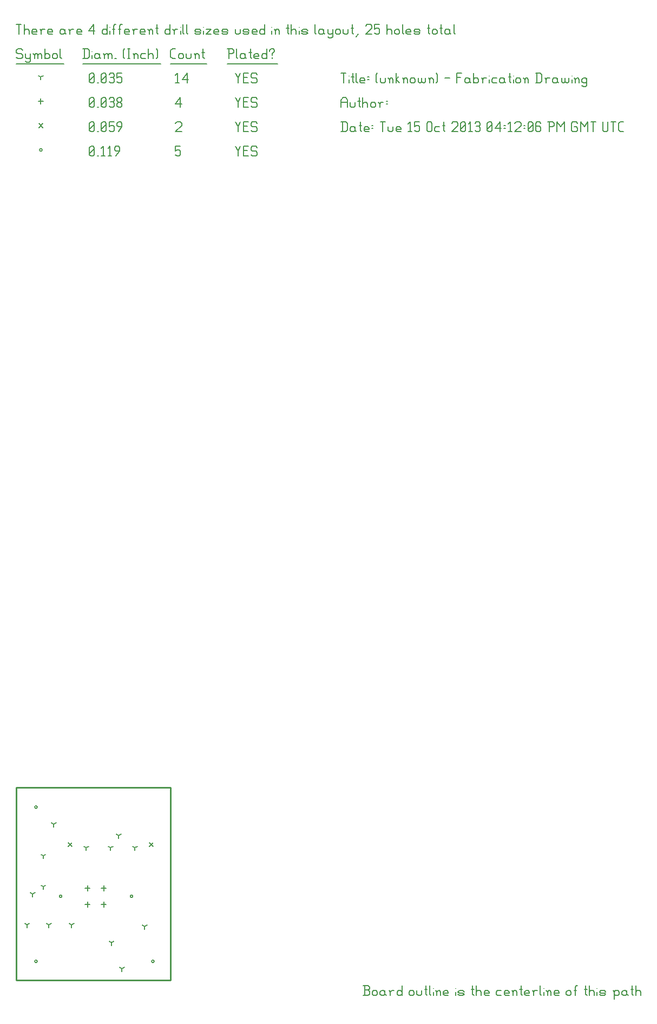
<source format=gbr>
G04 start of page 12 for group -3984 idx -3984 *
G04 Title: (unknown), fab *
G04 Creator: pcb 1.99z *
G04 CreationDate: Tue 15 Oct 2013 04:12:06 PM GMT UTC *
G04 For: commonadmin *
G04 Format: Gerber/RS-274X *
G04 PCB-Dimensions: 600000 500000 *
G04 PCB-Coordinate-Origin: lower left *
%MOIN*%
%FSLAX25Y25*%
%LNFAB*%
%ADD63C,0.0100*%
%ADD62C,0.0075*%
%ADD61C,0.0060*%
%ADD60R,0.0080X0.0080*%
G54D60*X70098Y51555D02*G75*G03X71698Y51555I800J0D01*G01*
G75*G03X70098Y51555I-800J0D01*G01*
X26397D02*G75*G03X27997Y51555I800J0D01*G01*
G75*G03X26397Y51555I-800J0D01*G01*
X83200Y11500D02*G75*G03X84800Y11500I800J0D01*G01*
G75*G03X83200Y11500I-800J0D01*G01*
X11200D02*G75*G03X12800Y11500I800J0D01*G01*
G75*G03X11200Y11500I-800J0D01*G01*
Y106500D02*G75*G03X12800Y106500I800J0D01*G01*
G75*G03X11200Y106500I-800J0D01*G01*
X14200Y511250D02*G75*G03X15800Y511250I800J0D01*G01*
G75*G03X14200Y511250I-800J0D01*G01*
G54D61*X135000Y513500D02*X136500Y510500D01*
X138000Y513500D01*
X136500Y510500D02*Y507500D01*
X139800Y510800D02*X142050D01*
X139800Y507500D02*X142800D01*
X139800Y513500D02*Y507500D01*
Y513500D02*X142800D01*
X147600D02*X148350Y512750D01*
X145350Y513500D02*X147600D01*
X144600Y512750D02*X145350Y513500D01*
X144600Y512750D02*Y511250D01*
X145350Y510500D01*
X147600D01*
X148350Y509750D01*
Y508250D01*
X147600Y507500D02*X148350Y508250D01*
X145350Y507500D02*X147600D01*
X144600Y508250D02*X145350Y507500D01*
X98000Y513500D02*X101000D01*
X98000D02*Y510500D01*
X98750Y511250D01*
X100250D01*
X101000Y510500D01*
Y508250D01*
X100250Y507500D02*X101000Y508250D01*
X98750Y507500D02*X100250D01*
X98000Y508250D02*X98750Y507500D01*
X45000Y508250D02*X45750Y507500D01*
X45000Y512750D02*Y508250D01*
Y512750D02*X45750Y513500D01*
X47250D01*
X48000Y512750D01*
Y508250D01*
X47250Y507500D02*X48000Y508250D01*
X45750Y507500D02*X47250D01*
X45000Y509000D02*X48000Y512000D01*
X49800Y507500D02*X50550D01*
X52350Y512300D02*X53550Y513500D01*
Y507500D01*
X52350D02*X54600D01*
X56400Y512300D02*X57600Y513500D01*
Y507500D01*
X56400D02*X58650D01*
X61200D02*X63450Y510500D01*
Y512750D02*Y510500D01*
X62700Y513500D02*X63450Y512750D01*
X61200Y513500D02*X62700D01*
X60450Y512750D02*X61200Y513500D01*
X60450Y512750D02*Y511250D01*
X61200Y510500D01*
X63450D01*
X81900Y84500D02*X84300Y82100D01*
X81900D02*X84300Y84500D01*
X31700D02*X34100Y82100D01*
X31700D02*X34100Y84500D01*
X13800Y527450D02*X16200Y525050D01*
X13800D02*X16200Y527450D01*
X135000Y528500D02*X136500Y525500D01*
X138000Y528500D01*
X136500Y525500D02*Y522500D01*
X139800Y525800D02*X142050D01*
X139800Y522500D02*X142800D01*
X139800Y528500D02*Y522500D01*
Y528500D02*X142800D01*
X147600D02*X148350Y527750D01*
X145350Y528500D02*X147600D01*
X144600Y527750D02*X145350Y528500D01*
X144600Y527750D02*Y526250D01*
X145350Y525500D01*
X147600D01*
X148350Y524750D01*
Y523250D01*
X147600Y522500D02*X148350Y523250D01*
X145350Y522500D02*X147600D01*
X144600Y523250D02*X145350Y522500D01*
X98000Y527750D02*X98750Y528500D01*
X101000D01*
X101750Y527750D01*
Y526250D01*
X98000Y522500D02*X101750Y526250D01*
X98000Y522500D02*X101750D01*
X45000Y523250D02*X45750Y522500D01*
X45000Y527750D02*Y523250D01*
Y527750D02*X45750Y528500D01*
X47250D01*
X48000Y527750D01*
Y523250D01*
X47250Y522500D02*X48000Y523250D01*
X45750Y522500D02*X47250D01*
X45000Y524000D02*X48000Y527000D01*
X49800Y522500D02*X50550D01*
X52350Y523250D02*X53100Y522500D01*
X52350Y527750D02*Y523250D01*
Y527750D02*X53100Y528500D01*
X54600D01*
X55350Y527750D01*
Y523250D01*
X54600Y522500D02*X55350Y523250D01*
X53100Y522500D02*X54600D01*
X52350Y524000D02*X55350Y527000D01*
X57150Y528500D02*X60150D01*
X57150D02*Y525500D01*
X57900Y526250D01*
X59400D01*
X60150Y525500D01*
Y523250D01*
X59400Y522500D02*X60150Y523250D01*
X57900Y522500D02*X59400D01*
X57150Y523250D02*X57900Y522500D01*
X62700D02*X64950Y525500D01*
Y527750D02*Y525500D01*
X64200Y528500D02*X64950Y527750D01*
X62700Y528500D02*X64200D01*
X61950Y527750D02*X62700Y528500D01*
X61950Y527750D02*Y526250D01*
X62700Y525500D01*
X64950D01*
X43732Y58273D02*Y55073D01*
X42132Y56673D02*X45332D01*
X43732Y48273D02*Y45073D01*
X42132Y46673D02*X45332D01*
X53732Y48273D02*Y45073D01*
X52132Y46673D02*X55332D01*
X53732Y58273D02*Y55073D01*
X52132Y56673D02*X55332D01*
X15000Y542850D02*Y539650D01*
X13400Y541250D02*X16600D01*
X135000Y543500D02*X136500Y540500D01*
X138000Y543500D01*
X136500Y540500D02*Y537500D01*
X139800Y540800D02*X142050D01*
X139800Y537500D02*X142800D01*
X139800Y543500D02*Y537500D01*
Y543500D02*X142800D01*
X147600D02*X148350Y542750D01*
X145350Y543500D02*X147600D01*
X144600Y542750D02*X145350Y543500D01*
X144600Y542750D02*Y541250D01*
X145350Y540500D01*
X147600D01*
X148350Y539750D01*
Y538250D01*
X147600Y537500D02*X148350Y538250D01*
X145350Y537500D02*X147600D01*
X144600Y538250D02*X145350Y537500D01*
X98000Y539750D02*X101000Y543500D01*
X98000Y539750D02*X101750D01*
X101000Y543500D02*Y537500D01*
X45000Y538250D02*X45750Y537500D01*
X45000Y542750D02*Y538250D01*
Y542750D02*X45750Y543500D01*
X47250D01*
X48000Y542750D01*
Y538250D01*
X47250Y537500D02*X48000Y538250D01*
X45750Y537500D02*X47250D01*
X45000Y539000D02*X48000Y542000D01*
X49800Y537500D02*X50550D01*
X52350Y538250D02*X53100Y537500D01*
X52350Y542750D02*Y538250D01*
Y542750D02*X53100Y543500D01*
X54600D01*
X55350Y542750D01*
Y538250D01*
X54600Y537500D02*X55350Y538250D01*
X53100Y537500D02*X54600D01*
X52350Y539000D02*X55350Y542000D01*
X57150Y542750D02*X57900Y543500D01*
X59400D01*
X60150Y542750D01*
X59400Y537500D02*X60150Y538250D01*
X57900Y537500D02*X59400D01*
X57150Y538250D02*X57900Y537500D01*
Y540800D02*X59400D01*
X60150Y542750D02*Y541550D01*
Y540050D02*Y538250D01*
Y540050D02*X59400Y540800D01*
X60150Y541550D02*X59400Y540800D01*
X61950Y538250D02*X62700Y537500D01*
X61950Y539450D02*Y538250D01*
Y539450D02*X63000Y540500D01*
X63900D01*
X64950Y539450D01*
Y538250D01*
X64200Y537500D02*X64950Y538250D01*
X62700Y537500D02*X64200D01*
X61950Y541550D02*X63000Y540500D01*
X61950Y542750D02*Y541550D01*
Y542750D02*X62700Y543500D01*
X64200D01*
X64950Y542750D01*
Y541550D01*
X63900Y540500D02*X64950Y541550D01*
X73000Y81500D02*Y79900D01*
Y81500D02*X74387Y82300D01*
X73000Y81500D02*X71613Y82300D01*
X58000Y81500D02*Y79900D01*
Y81500D02*X59387Y82300D01*
X58000Y81500D02*X56613Y82300D01*
X43000Y81500D02*Y79900D01*
Y81500D02*X44387Y82300D01*
X43000Y81500D02*X41613Y82300D01*
X63000Y89000D02*Y87400D01*
Y89000D02*X64387Y89800D01*
X63000Y89000D02*X61613Y89800D01*
X16500Y76500D02*Y74900D01*
Y76500D02*X17887Y77300D01*
X16500Y76500D02*X15113Y77300D01*
X10000Y53000D02*Y51400D01*
Y53000D02*X11387Y53800D01*
X10000Y53000D02*X8613Y53800D01*
X58500Y23000D02*Y21400D01*
Y23000D02*X59887Y23800D01*
X58500Y23000D02*X57113Y23800D01*
X79000Y33000D02*Y31400D01*
Y33000D02*X80387Y33800D01*
X79000Y33000D02*X77613Y33800D01*
X6500Y34000D02*Y32400D01*
Y34000D02*X7887Y34800D01*
X6500Y34000D02*X5113Y34800D01*
X34000Y34000D02*Y32400D01*
Y34000D02*X35387Y34800D01*
X34000Y34000D02*X32613Y34800D01*
X20000Y34000D02*Y32400D01*
Y34000D02*X21387Y34800D01*
X20000Y34000D02*X18613Y34800D01*
X16500Y57500D02*Y55900D01*
Y57500D02*X17887Y58300D01*
X16500Y57500D02*X15113Y58300D01*
X23000Y96000D02*Y94400D01*
Y96000D02*X24387Y96800D01*
X23000Y96000D02*X21613Y96800D01*
X65000Y7000D02*Y5400D01*
Y7000D02*X66387Y7800D01*
X65000Y7000D02*X63613Y7800D01*
X15000Y556250D02*Y554650D01*
Y556250D02*X16387Y557050D01*
X15000Y556250D02*X13613Y557050D01*
X135000Y558500D02*X136500Y555500D01*
X138000Y558500D01*
X136500Y555500D02*Y552500D01*
X139800Y555800D02*X142050D01*
X139800Y552500D02*X142800D01*
X139800Y558500D02*Y552500D01*
Y558500D02*X142800D01*
X147600D02*X148350Y557750D01*
X145350Y558500D02*X147600D01*
X144600Y557750D02*X145350Y558500D01*
X144600Y557750D02*Y556250D01*
X145350Y555500D01*
X147600D01*
X148350Y554750D01*
Y553250D01*
X147600Y552500D02*X148350Y553250D01*
X145350Y552500D02*X147600D01*
X144600Y553250D02*X145350Y552500D01*
X98000Y557300D02*X99200Y558500D01*
Y552500D01*
X98000D02*X100250D01*
X102050Y554750D02*X105050Y558500D01*
X102050Y554750D02*X105800D01*
X105050Y558500D02*Y552500D01*
X45000Y553250D02*X45750Y552500D01*
X45000Y557750D02*Y553250D01*
Y557750D02*X45750Y558500D01*
X47250D01*
X48000Y557750D01*
Y553250D01*
X47250Y552500D02*X48000Y553250D01*
X45750Y552500D02*X47250D01*
X45000Y554000D02*X48000Y557000D01*
X49800Y552500D02*X50550D01*
X52350Y553250D02*X53100Y552500D01*
X52350Y557750D02*Y553250D01*
Y557750D02*X53100Y558500D01*
X54600D01*
X55350Y557750D01*
Y553250D01*
X54600Y552500D02*X55350Y553250D01*
X53100Y552500D02*X54600D01*
X52350Y554000D02*X55350Y557000D01*
X57150Y557750D02*X57900Y558500D01*
X59400D01*
X60150Y557750D01*
X59400Y552500D02*X60150Y553250D01*
X57900Y552500D02*X59400D01*
X57150Y553250D02*X57900Y552500D01*
Y555800D02*X59400D01*
X60150Y557750D02*Y556550D01*
Y555050D02*Y553250D01*
Y555050D02*X59400Y555800D01*
X60150Y556550D02*X59400Y555800D01*
X61950Y558500D02*X64950D01*
X61950D02*Y555500D01*
X62700Y556250D01*
X64200D01*
X64950Y555500D01*
Y553250D01*
X64200Y552500D02*X64950Y553250D01*
X62700Y552500D02*X64200D01*
X61950Y553250D02*X62700Y552500D01*
X3000Y573500D02*X3750Y572750D01*
X750Y573500D02*X3000D01*
X0Y572750D02*X750Y573500D01*
X0Y572750D02*Y571250D01*
X750Y570500D01*
X3000D01*
X3750Y569750D01*
Y568250D01*
X3000Y567500D02*X3750Y568250D01*
X750Y567500D02*X3000D01*
X0Y568250D02*X750Y567500D01*
X5550Y570500D02*Y568250D01*
X6300Y567500D01*
X8550Y570500D02*Y566000D01*
X7800Y565250D02*X8550Y566000D01*
X6300Y565250D02*X7800D01*
X5550Y566000D02*X6300Y565250D01*
Y567500D02*X7800D01*
X8550Y568250D01*
X11100Y569750D02*Y567500D01*
Y569750D02*X11850Y570500D01*
X12600D01*
X13350Y569750D01*
Y567500D01*
Y569750D02*X14100Y570500D01*
X14850D01*
X15600Y569750D01*
Y567500D01*
X10350Y570500D02*X11100Y569750D01*
X17400Y573500D02*Y567500D01*
Y568250D02*X18150Y567500D01*
X19650D01*
X20400Y568250D01*
Y569750D02*Y568250D01*
X19650Y570500D02*X20400Y569750D01*
X18150Y570500D02*X19650D01*
X17400Y569750D02*X18150Y570500D01*
X22200Y569750D02*Y568250D01*
Y569750D02*X22950Y570500D01*
X24450D01*
X25200Y569750D01*
Y568250D01*
X24450Y567500D02*X25200Y568250D01*
X22950Y567500D02*X24450D01*
X22200Y568250D02*X22950Y567500D01*
X27000Y573500D02*Y568250D01*
X27750Y567500D01*
X0Y564250D02*X29250D01*
X41750Y573500D02*Y567500D01*
X43700Y573500D02*X44750Y572450D01*
Y568550D01*
X43700Y567500D02*X44750Y568550D01*
X41000Y567500D02*X43700D01*
X41000Y573500D02*X43700D01*
G54D62*X46550Y572000D02*Y571850D01*
G54D61*Y569750D02*Y567500D01*
X50300Y570500D02*X51050Y569750D01*
X48800Y570500D02*X50300D01*
X48050Y569750D02*X48800Y570500D01*
X48050Y569750D02*Y568250D01*
X48800Y567500D01*
X51050Y570500D02*Y568250D01*
X51800Y567500D01*
X48800D02*X50300D01*
X51050Y568250D01*
X54350Y569750D02*Y567500D01*
Y569750D02*X55100Y570500D01*
X55850D01*
X56600Y569750D01*
Y567500D01*
Y569750D02*X57350Y570500D01*
X58100D01*
X58850Y569750D01*
Y567500D01*
X53600Y570500D02*X54350Y569750D01*
X60650Y567500D02*X61400D01*
X65900Y568250D02*X66650Y567500D01*
X65900Y572750D02*X66650Y573500D01*
X65900Y572750D02*Y568250D01*
X68450Y573500D02*X69950D01*
X69200D02*Y567500D01*
X68450D02*X69950D01*
X72500Y569750D02*Y567500D01*
Y569750D02*X73250Y570500D01*
X74000D01*
X74750Y569750D01*
Y567500D01*
X71750Y570500D02*X72500Y569750D01*
X77300Y570500D02*X79550D01*
X76550Y569750D02*X77300Y570500D01*
X76550Y569750D02*Y568250D01*
X77300Y567500D01*
X79550D01*
X81350Y573500D02*Y567500D01*
Y569750D02*X82100Y570500D01*
X83600D01*
X84350Y569750D01*
Y567500D01*
X86150Y573500D02*X86900Y572750D01*
Y568250D01*
X86150Y567500D02*X86900Y568250D01*
X41000Y564250D02*X88700D01*
X96050Y567500D02*X98000D01*
X95000Y568550D02*X96050Y567500D01*
X95000Y572450D02*Y568550D01*
Y572450D02*X96050Y573500D01*
X98000D01*
X99800Y569750D02*Y568250D01*
Y569750D02*X100550Y570500D01*
X102050D01*
X102800Y569750D01*
Y568250D01*
X102050Y567500D02*X102800Y568250D01*
X100550Y567500D02*X102050D01*
X99800Y568250D02*X100550Y567500D01*
X104600Y570500D02*Y568250D01*
X105350Y567500D01*
X106850D01*
X107600Y568250D01*
Y570500D02*Y568250D01*
X110150Y569750D02*Y567500D01*
Y569750D02*X110900Y570500D01*
X111650D01*
X112400Y569750D01*
Y567500D01*
X109400Y570500D02*X110150Y569750D01*
X114950Y573500D02*Y568250D01*
X115700Y567500D01*
X114200Y571250D02*X115700D01*
X95000Y564250D02*X117200D01*
X130750Y573500D02*Y567500D01*
X130000Y573500D02*X133000D01*
X133750Y572750D01*
Y571250D01*
X133000Y570500D02*X133750Y571250D01*
X130750Y570500D02*X133000D01*
X135550Y573500D02*Y568250D01*
X136300Y567500D01*
X140050Y570500D02*X140800Y569750D01*
X138550Y570500D02*X140050D01*
X137800Y569750D02*X138550Y570500D01*
X137800Y569750D02*Y568250D01*
X138550Y567500D01*
X140800Y570500D02*Y568250D01*
X141550Y567500D01*
X138550D02*X140050D01*
X140800Y568250D01*
X144100Y573500D02*Y568250D01*
X144850Y567500D01*
X143350Y571250D02*X144850D01*
X147100Y567500D02*X149350D01*
X146350Y568250D02*X147100Y567500D01*
X146350Y569750D02*Y568250D01*
Y569750D02*X147100Y570500D01*
X148600D01*
X149350Y569750D01*
X146350Y569000D02*X149350D01*
Y569750D02*Y569000D01*
X154150Y573500D02*Y567500D01*
X153400D02*X154150Y568250D01*
X151900Y567500D02*X153400D01*
X151150Y568250D02*X151900Y567500D01*
X151150Y569750D02*Y568250D01*
Y569750D02*X151900Y570500D01*
X153400D01*
X154150Y569750D01*
X157450Y570500D02*Y569750D01*
Y568250D02*Y567500D01*
X155950Y572750D02*Y572000D01*
Y572750D02*X156700Y573500D01*
X158200D01*
X158950Y572750D01*
Y572000D01*
X157450Y570500D02*X158950Y572000D01*
X130000Y564250D02*X160750D01*
X0Y588500D02*X3000D01*
X1500D02*Y582500D01*
X4800Y588500D02*Y582500D01*
Y584750D02*X5550Y585500D01*
X7050D01*
X7800Y584750D01*
Y582500D01*
X10350D02*X12600D01*
X9600Y583250D02*X10350Y582500D01*
X9600Y584750D02*Y583250D01*
Y584750D02*X10350Y585500D01*
X11850D01*
X12600Y584750D01*
X9600Y584000D02*X12600D01*
Y584750D02*Y584000D01*
X15150Y584750D02*Y582500D01*
Y584750D02*X15900Y585500D01*
X17400D01*
X14400D02*X15150Y584750D01*
X19950Y582500D02*X22200D01*
X19200Y583250D02*X19950Y582500D01*
X19200Y584750D02*Y583250D01*
Y584750D02*X19950Y585500D01*
X21450D01*
X22200Y584750D01*
X19200Y584000D02*X22200D01*
Y584750D02*Y584000D01*
X28950Y585500D02*X29700Y584750D01*
X27450Y585500D02*X28950D01*
X26700Y584750D02*X27450Y585500D01*
X26700Y584750D02*Y583250D01*
X27450Y582500D01*
X29700Y585500D02*Y583250D01*
X30450Y582500D01*
X27450D02*X28950D01*
X29700Y583250D01*
X33000Y584750D02*Y582500D01*
Y584750D02*X33750Y585500D01*
X35250D01*
X32250D02*X33000Y584750D01*
X37800Y582500D02*X40050D01*
X37050Y583250D02*X37800Y582500D01*
X37050Y584750D02*Y583250D01*
Y584750D02*X37800Y585500D01*
X39300D01*
X40050Y584750D01*
X37050Y584000D02*X40050D01*
Y584750D02*Y584000D01*
X44550Y584750D02*X47550Y588500D01*
X44550Y584750D02*X48300D01*
X47550Y588500D02*Y582500D01*
X55800Y588500D02*Y582500D01*
X55050D02*X55800Y583250D01*
X53550Y582500D02*X55050D01*
X52800Y583250D02*X53550Y582500D01*
X52800Y584750D02*Y583250D01*
Y584750D02*X53550Y585500D01*
X55050D01*
X55800Y584750D01*
G54D62*X57600Y587000D02*Y586850D01*
G54D61*Y584750D02*Y582500D01*
X59850Y587750D02*Y582500D01*
Y587750D02*X60600Y588500D01*
X61350D01*
X59100Y585500D02*X60600D01*
X63600Y587750D02*Y582500D01*
Y587750D02*X64350Y588500D01*
X65100D01*
X62850Y585500D02*X64350D01*
X67350Y582500D02*X69600D01*
X66600Y583250D02*X67350Y582500D01*
X66600Y584750D02*Y583250D01*
Y584750D02*X67350Y585500D01*
X68850D01*
X69600Y584750D01*
X66600Y584000D02*X69600D01*
Y584750D02*Y584000D01*
X72150Y584750D02*Y582500D01*
Y584750D02*X72900Y585500D01*
X74400D01*
X71400D02*X72150Y584750D01*
X76950Y582500D02*X79200D01*
X76200Y583250D02*X76950Y582500D01*
X76200Y584750D02*Y583250D01*
Y584750D02*X76950Y585500D01*
X78450D01*
X79200Y584750D01*
X76200Y584000D02*X79200D01*
Y584750D02*Y584000D01*
X81750Y584750D02*Y582500D01*
Y584750D02*X82500Y585500D01*
X83250D01*
X84000Y584750D01*
Y582500D01*
X81000Y585500D02*X81750Y584750D01*
X86550Y588500D02*Y583250D01*
X87300Y582500D01*
X85800Y586250D02*X87300D01*
X94500Y588500D02*Y582500D01*
X93750D02*X94500Y583250D01*
X92250Y582500D02*X93750D01*
X91500Y583250D02*X92250Y582500D01*
X91500Y584750D02*Y583250D01*
Y584750D02*X92250Y585500D01*
X93750D01*
X94500Y584750D01*
X97050D02*Y582500D01*
Y584750D02*X97800Y585500D01*
X99300D01*
X96300D02*X97050Y584750D01*
G54D62*X101100Y587000D02*Y586850D01*
G54D61*Y584750D02*Y582500D01*
X102600Y588500D02*Y583250D01*
X103350Y582500D01*
X104850Y588500D02*Y583250D01*
X105600Y582500D01*
X110550D02*X112800D01*
X113550Y583250D01*
X112800Y584000D02*X113550Y583250D01*
X110550Y584000D02*X112800D01*
X109800Y584750D02*X110550Y584000D01*
X109800Y584750D02*X110550Y585500D01*
X112800D01*
X113550Y584750D01*
X109800Y583250D02*X110550Y582500D01*
G54D62*X115350Y587000D02*Y586850D01*
G54D61*Y584750D02*Y582500D01*
X116850Y585500D02*X119850D01*
X116850Y582500D02*X119850Y585500D01*
X116850Y582500D02*X119850D01*
X122400D02*X124650D01*
X121650Y583250D02*X122400Y582500D01*
X121650Y584750D02*Y583250D01*
Y584750D02*X122400Y585500D01*
X123900D01*
X124650Y584750D01*
X121650Y584000D02*X124650D01*
Y584750D02*Y584000D01*
X127200Y582500D02*X129450D01*
X130200Y583250D01*
X129450Y584000D02*X130200Y583250D01*
X127200Y584000D02*X129450D01*
X126450Y584750D02*X127200Y584000D01*
X126450Y584750D02*X127200Y585500D01*
X129450D01*
X130200Y584750D01*
X126450Y583250D02*X127200Y582500D01*
X134700Y585500D02*Y583250D01*
X135450Y582500D01*
X136950D01*
X137700Y583250D01*
Y585500D02*Y583250D01*
X140250Y582500D02*X142500D01*
X143250Y583250D01*
X142500Y584000D02*X143250Y583250D01*
X140250Y584000D02*X142500D01*
X139500Y584750D02*X140250Y584000D01*
X139500Y584750D02*X140250Y585500D01*
X142500D01*
X143250Y584750D01*
X139500Y583250D02*X140250Y582500D01*
X145800D02*X148050D01*
X145050Y583250D02*X145800Y582500D01*
X145050Y584750D02*Y583250D01*
Y584750D02*X145800Y585500D01*
X147300D01*
X148050Y584750D01*
X145050Y584000D02*X148050D01*
Y584750D02*Y584000D01*
X152850Y588500D02*Y582500D01*
X152100D02*X152850Y583250D01*
X150600Y582500D02*X152100D01*
X149850Y583250D02*X150600Y582500D01*
X149850Y584750D02*Y583250D01*
Y584750D02*X150600Y585500D01*
X152100D01*
X152850Y584750D01*
G54D62*X157350Y587000D02*Y586850D01*
G54D61*Y584750D02*Y582500D01*
X159600Y584750D02*Y582500D01*
Y584750D02*X160350Y585500D01*
X161100D01*
X161850Y584750D01*
Y582500D01*
X158850Y585500D02*X159600Y584750D01*
X167100Y588500D02*Y583250D01*
X167850Y582500D01*
X166350Y586250D02*X167850D01*
X169350Y588500D02*Y582500D01*
Y584750D02*X170100Y585500D01*
X171600D01*
X172350Y584750D01*
Y582500D01*
G54D62*X174150Y587000D02*Y586850D01*
G54D61*Y584750D02*Y582500D01*
X176400D02*X178650D01*
X179400Y583250D01*
X178650Y584000D02*X179400Y583250D01*
X176400Y584000D02*X178650D01*
X175650Y584750D02*X176400Y584000D01*
X175650Y584750D02*X176400Y585500D01*
X178650D01*
X179400Y584750D01*
X175650Y583250D02*X176400Y582500D01*
X183900Y588500D02*Y583250D01*
X184650Y582500D01*
X188400Y585500D02*X189150Y584750D01*
X186900Y585500D02*X188400D01*
X186150Y584750D02*X186900Y585500D01*
X186150Y584750D02*Y583250D01*
X186900Y582500D01*
X189150Y585500D02*Y583250D01*
X189900Y582500D01*
X186900D02*X188400D01*
X189150Y583250D01*
X191700Y585500D02*Y583250D01*
X192450Y582500D01*
X194700Y585500D02*Y581000D01*
X193950Y580250D02*X194700Y581000D01*
X192450Y580250D02*X193950D01*
X191700Y581000D02*X192450Y580250D01*
Y582500D02*X193950D01*
X194700Y583250D01*
X196500Y584750D02*Y583250D01*
Y584750D02*X197250Y585500D01*
X198750D01*
X199500Y584750D01*
Y583250D01*
X198750Y582500D02*X199500Y583250D01*
X197250Y582500D02*X198750D01*
X196500Y583250D02*X197250Y582500D01*
X201300Y585500D02*Y583250D01*
X202050Y582500D01*
X203550D01*
X204300Y583250D01*
Y585500D02*Y583250D01*
X206850Y588500D02*Y583250D01*
X207600Y582500D01*
X206100Y586250D02*X207600D01*
X209100Y581000D02*X210600Y582500D01*
X215100Y587750D02*X215850Y588500D01*
X218100D01*
X218850Y587750D01*
Y586250D01*
X215100Y582500D02*X218850Y586250D01*
X215100Y582500D02*X218850D01*
X220650Y588500D02*X223650D01*
X220650D02*Y585500D01*
X221400Y586250D01*
X222900D01*
X223650Y585500D01*
Y583250D01*
X222900Y582500D02*X223650Y583250D01*
X221400Y582500D02*X222900D01*
X220650Y583250D02*X221400Y582500D01*
X228150Y588500D02*Y582500D01*
Y584750D02*X228900Y585500D01*
X230400D01*
X231150Y584750D01*
Y582500D01*
X232950Y584750D02*Y583250D01*
Y584750D02*X233700Y585500D01*
X235200D01*
X235950Y584750D01*
Y583250D01*
X235200Y582500D02*X235950Y583250D01*
X233700Y582500D02*X235200D01*
X232950Y583250D02*X233700Y582500D01*
X237750Y588500D02*Y583250D01*
X238500Y582500D01*
X240750D02*X243000D01*
X240000Y583250D02*X240750Y582500D01*
X240000Y584750D02*Y583250D01*
Y584750D02*X240750Y585500D01*
X242250D01*
X243000Y584750D01*
X240000Y584000D02*X243000D01*
Y584750D02*Y584000D01*
X245550Y582500D02*X247800D01*
X248550Y583250D01*
X247800Y584000D02*X248550Y583250D01*
X245550Y584000D02*X247800D01*
X244800Y584750D02*X245550Y584000D01*
X244800Y584750D02*X245550Y585500D01*
X247800D01*
X248550Y584750D01*
X244800Y583250D02*X245550Y582500D01*
X253800Y588500D02*Y583250D01*
X254550Y582500D01*
X253050Y586250D02*X254550D01*
X256050Y584750D02*Y583250D01*
Y584750D02*X256800Y585500D01*
X258300D01*
X259050Y584750D01*
Y583250D01*
X258300Y582500D02*X259050Y583250D01*
X256800Y582500D02*X258300D01*
X256050Y583250D02*X256800Y582500D01*
X261600Y588500D02*Y583250D01*
X262350Y582500D01*
X260850Y586250D02*X262350D01*
X266100Y585500D02*X266850Y584750D01*
X264600Y585500D02*X266100D01*
X263850Y584750D02*X264600Y585500D01*
X263850Y584750D02*Y583250D01*
X264600Y582500D01*
X266850Y585500D02*Y583250D01*
X267600Y582500D01*
X264600D02*X266100D01*
X266850Y583250D01*
X269400Y588500D02*Y583250D01*
X270150Y582500D01*
G54D63*X95000Y0D02*Y118500D01*
X0D01*
Y0D01*
X95000D01*
G54D61*X213675Y-9500D02*X216675D01*
X217425Y-8750D01*
Y-6950D02*Y-8750D01*
X216675Y-6200D02*X217425Y-6950D01*
X214425Y-6200D02*X216675D01*
X214425Y-3500D02*Y-9500D01*
X213675Y-3500D02*X216675D01*
X217425Y-4250D01*
Y-5450D01*
X216675Y-6200D02*X217425Y-5450D01*
X219225Y-7250D02*Y-8750D01*
Y-7250D02*X219975Y-6500D01*
X221475D01*
X222225Y-7250D01*
Y-8750D01*
X221475Y-9500D02*X222225Y-8750D01*
X219975Y-9500D02*X221475D01*
X219225Y-8750D02*X219975Y-9500D01*
X226275Y-6500D02*X227025Y-7250D01*
X224775Y-6500D02*X226275D01*
X224025Y-7250D02*X224775Y-6500D01*
X224025Y-7250D02*Y-8750D01*
X224775Y-9500D01*
X227025Y-6500D02*Y-8750D01*
X227775Y-9500D01*
X224775D02*X226275D01*
X227025Y-8750D01*
X230325Y-7250D02*Y-9500D01*
Y-7250D02*X231075Y-6500D01*
X232575D01*
X229575D02*X230325Y-7250D01*
X237375Y-3500D02*Y-9500D01*
X236625D02*X237375Y-8750D01*
X235125Y-9500D02*X236625D01*
X234375Y-8750D02*X235125Y-9500D01*
X234375Y-7250D02*Y-8750D01*
Y-7250D02*X235125Y-6500D01*
X236625D01*
X237375Y-7250D01*
X241875D02*Y-8750D01*
Y-7250D02*X242625Y-6500D01*
X244125D01*
X244875Y-7250D01*
Y-8750D01*
X244125Y-9500D02*X244875Y-8750D01*
X242625Y-9500D02*X244125D01*
X241875Y-8750D02*X242625Y-9500D01*
X246675Y-6500D02*Y-8750D01*
X247425Y-9500D01*
X248925D01*
X249675Y-8750D01*
Y-6500D02*Y-8750D01*
X252225Y-3500D02*Y-8750D01*
X252975Y-9500D01*
X251475Y-5750D02*X252975D01*
X254475Y-3500D02*Y-8750D01*
X255225Y-9500D01*
G54D62*X256725Y-5000D02*Y-5150D01*
G54D61*Y-7250D02*Y-9500D01*
X258975Y-7250D02*Y-9500D01*
Y-7250D02*X259725Y-6500D01*
X260475D01*
X261225Y-7250D01*
Y-9500D01*
X258225Y-6500D02*X258975Y-7250D01*
X263775Y-9500D02*X266025D01*
X263025Y-8750D02*X263775Y-9500D01*
X263025Y-7250D02*Y-8750D01*
Y-7250D02*X263775Y-6500D01*
X265275D01*
X266025Y-7250D01*
X263025Y-8000D02*X266025D01*
Y-7250D02*Y-8000D01*
G54D62*X270525Y-5000D02*Y-5150D01*
G54D61*Y-7250D02*Y-9500D01*
X272775D02*X275025D01*
X275775Y-8750D01*
X275025Y-8000D02*X275775Y-8750D01*
X272775Y-8000D02*X275025D01*
X272025Y-7250D02*X272775Y-8000D01*
X272025Y-7250D02*X272775Y-6500D01*
X275025D01*
X275775Y-7250D01*
X272025Y-8750D02*X272775Y-9500D01*
X281025Y-3500D02*Y-8750D01*
X281775Y-9500D01*
X280275Y-5750D02*X281775D01*
X283275Y-3500D02*Y-9500D01*
Y-7250D02*X284025Y-6500D01*
X285525D01*
X286275Y-7250D01*
Y-9500D01*
X288825D02*X291075D01*
X288075Y-8750D02*X288825Y-9500D01*
X288075Y-7250D02*Y-8750D01*
Y-7250D02*X288825Y-6500D01*
X290325D01*
X291075Y-7250D01*
X288075Y-8000D02*X291075D01*
Y-7250D02*Y-8000D01*
X296325Y-6500D02*X298575D01*
X295575Y-7250D02*X296325Y-6500D01*
X295575Y-7250D02*Y-8750D01*
X296325Y-9500D01*
X298575D01*
X301125D02*X303375D01*
X300375Y-8750D02*X301125Y-9500D01*
X300375Y-7250D02*Y-8750D01*
Y-7250D02*X301125Y-6500D01*
X302625D01*
X303375Y-7250D01*
X300375Y-8000D02*X303375D01*
Y-7250D02*Y-8000D01*
X305925Y-7250D02*Y-9500D01*
Y-7250D02*X306675Y-6500D01*
X307425D01*
X308175Y-7250D01*
Y-9500D01*
X305175Y-6500D02*X305925Y-7250D01*
X310725Y-3500D02*Y-8750D01*
X311475Y-9500D01*
X309975Y-5750D02*X311475D01*
X313725Y-9500D02*X315975D01*
X312975Y-8750D02*X313725Y-9500D01*
X312975Y-7250D02*Y-8750D01*
Y-7250D02*X313725Y-6500D01*
X315225D01*
X315975Y-7250D01*
X312975Y-8000D02*X315975D01*
Y-7250D02*Y-8000D01*
X318525Y-7250D02*Y-9500D01*
Y-7250D02*X319275Y-6500D01*
X320775D01*
X317775D02*X318525Y-7250D01*
X322575Y-3500D02*Y-8750D01*
X323325Y-9500D01*
G54D62*X324825Y-5000D02*Y-5150D01*
G54D61*Y-7250D02*Y-9500D01*
X327075Y-7250D02*Y-9500D01*
Y-7250D02*X327825Y-6500D01*
X328575D01*
X329325Y-7250D01*
Y-9500D01*
X326325Y-6500D02*X327075Y-7250D01*
X331875Y-9500D02*X334125D01*
X331125Y-8750D02*X331875Y-9500D01*
X331125Y-7250D02*Y-8750D01*
Y-7250D02*X331875Y-6500D01*
X333375D01*
X334125Y-7250D01*
X331125Y-8000D02*X334125D01*
Y-7250D02*Y-8000D01*
X338625Y-7250D02*Y-8750D01*
Y-7250D02*X339375Y-6500D01*
X340875D01*
X341625Y-7250D01*
Y-8750D01*
X340875Y-9500D02*X341625Y-8750D01*
X339375Y-9500D02*X340875D01*
X338625Y-8750D02*X339375Y-9500D01*
X344175Y-4250D02*Y-9500D01*
Y-4250D02*X344925Y-3500D01*
X345675D01*
X343425Y-6500D02*X344925D01*
X350625Y-3500D02*Y-8750D01*
X351375Y-9500D01*
X349875Y-5750D02*X351375D01*
X352875Y-3500D02*Y-9500D01*
Y-7250D02*X353625Y-6500D01*
X355125D01*
X355875Y-7250D01*
Y-9500D01*
G54D62*X357675Y-5000D02*Y-5150D01*
G54D61*Y-7250D02*Y-9500D01*
X359925D02*X362175D01*
X362925Y-8750D01*
X362175Y-8000D02*X362925Y-8750D01*
X359925Y-8000D02*X362175D01*
X359175Y-7250D02*X359925Y-8000D01*
X359175Y-7250D02*X359925Y-6500D01*
X362175D01*
X362925Y-7250D01*
X359175Y-8750D02*X359925Y-9500D01*
X368175Y-7250D02*Y-11750D01*
X367425Y-6500D02*X368175Y-7250D01*
X368925Y-6500D01*
X370425D01*
X371175Y-7250D01*
Y-8750D01*
X370425Y-9500D02*X371175Y-8750D01*
X368925Y-9500D02*X370425D01*
X368175Y-8750D02*X368925Y-9500D01*
X375225Y-6500D02*X375975Y-7250D01*
X373725Y-6500D02*X375225D01*
X372975Y-7250D02*X373725Y-6500D01*
X372975Y-7250D02*Y-8750D01*
X373725Y-9500D01*
X375975Y-6500D02*Y-8750D01*
X376725Y-9500D01*
X373725D02*X375225D01*
X375975Y-8750D01*
X379275Y-3500D02*Y-8750D01*
X380025Y-9500D01*
X378525Y-5750D02*X380025D01*
X381525Y-3500D02*Y-9500D01*
Y-7250D02*X382275Y-6500D01*
X383775D01*
X384525Y-7250D01*
Y-9500D01*
X200750Y528500D02*Y522500D01*
X202700Y528500D02*X203750Y527450D01*
Y523550D01*
X202700Y522500D02*X203750Y523550D01*
X200000Y522500D02*X202700D01*
X200000Y528500D02*X202700D01*
X207800Y525500D02*X208550Y524750D01*
X206300Y525500D02*X207800D01*
X205550Y524750D02*X206300Y525500D01*
X205550Y524750D02*Y523250D01*
X206300Y522500D01*
X208550Y525500D02*Y523250D01*
X209300Y522500D01*
X206300D02*X207800D01*
X208550Y523250D01*
X211850Y528500D02*Y523250D01*
X212600Y522500D01*
X211100Y526250D02*X212600D01*
X214850Y522500D02*X217100D01*
X214100Y523250D02*X214850Y522500D01*
X214100Y524750D02*Y523250D01*
Y524750D02*X214850Y525500D01*
X216350D01*
X217100Y524750D01*
X214100Y524000D02*X217100D01*
Y524750D02*Y524000D01*
X218900Y526250D02*X219650D01*
X218900Y524750D02*X219650D01*
X224150Y528500D02*X227150D01*
X225650D02*Y522500D01*
X228950Y525500D02*Y523250D01*
X229700Y522500D01*
X231200D01*
X231950Y523250D01*
Y525500D02*Y523250D01*
X234500Y522500D02*X236750D01*
X233750Y523250D02*X234500Y522500D01*
X233750Y524750D02*Y523250D01*
Y524750D02*X234500Y525500D01*
X236000D01*
X236750Y524750D01*
X233750Y524000D02*X236750D01*
Y524750D02*Y524000D01*
X241250Y527300D02*X242450Y528500D01*
Y522500D01*
X241250D02*X243500D01*
X245300Y528500D02*X248300D01*
X245300D02*Y525500D01*
X246050Y526250D01*
X247550D01*
X248300Y525500D01*
Y523250D01*
X247550Y522500D02*X248300Y523250D01*
X246050Y522500D02*X247550D01*
X245300Y523250D02*X246050Y522500D01*
X252800Y527750D02*Y523250D01*
Y527750D02*X253550Y528500D01*
X255050D01*
X255800Y527750D01*
Y523250D01*
X255050Y522500D02*X255800Y523250D01*
X253550Y522500D02*X255050D01*
X252800Y523250D02*X253550Y522500D01*
X258350Y525500D02*X260600D01*
X257600Y524750D02*X258350Y525500D01*
X257600Y524750D02*Y523250D01*
X258350Y522500D01*
X260600D01*
X263150Y528500D02*Y523250D01*
X263900Y522500D01*
X262400Y526250D02*X263900D01*
X268100Y527750D02*X268850Y528500D01*
X271100D01*
X271850Y527750D01*
Y526250D01*
X268100Y522500D02*X271850Y526250D01*
X268100Y522500D02*X271850D01*
X273650Y523250D02*X274400Y522500D01*
X273650Y527750D02*Y523250D01*
Y527750D02*X274400Y528500D01*
X275900D01*
X276650Y527750D01*
Y523250D01*
X275900Y522500D02*X276650Y523250D01*
X274400Y522500D02*X275900D01*
X273650Y524000D02*X276650Y527000D01*
X278450Y527300D02*X279650Y528500D01*
Y522500D01*
X278450D02*X280700D01*
X282500Y527750D02*X283250Y528500D01*
X284750D01*
X285500Y527750D01*
X284750Y522500D02*X285500Y523250D01*
X283250Y522500D02*X284750D01*
X282500Y523250D02*X283250Y522500D01*
Y525800D02*X284750D01*
X285500Y527750D02*Y526550D01*
Y525050D02*Y523250D01*
Y525050D02*X284750Y525800D01*
X285500Y526550D02*X284750Y525800D01*
X290000Y523250D02*X290750Y522500D01*
X290000Y527750D02*Y523250D01*
Y527750D02*X290750Y528500D01*
X292250D01*
X293000Y527750D01*
Y523250D01*
X292250Y522500D02*X293000Y523250D01*
X290750Y522500D02*X292250D01*
X290000Y524000D02*X293000Y527000D01*
X294800Y524750D02*X297800Y528500D01*
X294800Y524750D02*X298550D01*
X297800Y528500D02*Y522500D01*
X300350Y526250D02*X301100D01*
X300350Y524750D02*X301100D01*
X302900Y527300D02*X304100Y528500D01*
Y522500D01*
X302900D02*X305150D01*
X306950Y527750D02*X307700Y528500D01*
X309950D01*
X310700Y527750D01*
Y526250D01*
X306950Y522500D02*X310700Y526250D01*
X306950Y522500D02*X310700D01*
X312500Y526250D02*X313250D01*
X312500Y524750D02*X313250D01*
X315050Y523250D02*X315800Y522500D01*
X315050Y527750D02*Y523250D01*
Y527750D02*X315800Y528500D01*
X317300D01*
X318050Y527750D01*
Y523250D01*
X317300Y522500D02*X318050Y523250D01*
X315800Y522500D02*X317300D01*
X315050Y524000D02*X318050Y527000D01*
X322100Y528500D02*X322850Y527750D01*
X320600Y528500D02*X322100D01*
X319850Y527750D02*X320600Y528500D01*
X319850Y527750D02*Y523250D01*
X320600Y522500D01*
X322100Y525800D02*X322850Y525050D01*
X319850Y525800D02*X322100D01*
X320600Y522500D02*X322100D01*
X322850Y523250D01*
Y525050D02*Y523250D01*
X328100Y528500D02*Y522500D01*
X327350Y528500D02*X330350D01*
X331100Y527750D01*
Y526250D01*
X330350Y525500D02*X331100Y526250D01*
X328100Y525500D02*X330350D01*
X332900Y528500D02*Y522500D01*
Y528500D02*X335150Y525500D01*
X337400Y528500D01*
Y522500D01*
X344900Y528500D02*X345650Y527750D01*
X342650Y528500D02*X344900D01*
X341900Y527750D02*X342650Y528500D01*
X341900Y527750D02*Y523250D01*
X342650Y522500D01*
X344900D01*
X345650Y523250D01*
Y524750D02*Y523250D01*
X344900Y525500D02*X345650Y524750D01*
X343400Y525500D02*X344900D01*
X347450Y528500D02*Y522500D01*
Y528500D02*X349700Y525500D01*
X351950Y528500D01*
Y522500D01*
X353750Y528500D02*X356750D01*
X355250D02*Y522500D01*
X361250Y528500D02*Y523250D01*
X362000Y522500D01*
X363500D01*
X364250Y523250D01*
Y528500D02*Y523250D01*
X366050Y528500D02*X369050D01*
X367550D02*Y522500D01*
X371900D02*X373850D01*
X370850Y523550D02*X371900Y522500D01*
X370850Y527450D02*Y523550D01*
Y527450D02*X371900Y528500D01*
X373850D01*
X200000Y542000D02*Y537500D01*
Y542000D02*X201050Y543500D01*
X202700D01*
X203750Y542000D01*
Y537500D01*
X200000Y540500D02*X203750D01*
X205550D02*Y538250D01*
X206300Y537500D01*
X207800D01*
X208550Y538250D01*
Y540500D02*Y538250D01*
X211100Y543500D02*Y538250D01*
X211850Y537500D01*
X210350Y541250D02*X211850D01*
X213350Y543500D02*Y537500D01*
Y539750D02*X214100Y540500D01*
X215600D01*
X216350Y539750D01*
Y537500D01*
X218150Y539750D02*Y538250D01*
Y539750D02*X218900Y540500D01*
X220400D01*
X221150Y539750D01*
Y538250D01*
X220400Y537500D02*X221150Y538250D01*
X218900Y537500D02*X220400D01*
X218150Y538250D02*X218900Y537500D01*
X223700Y539750D02*Y537500D01*
Y539750D02*X224450Y540500D01*
X225950D01*
X222950D02*X223700Y539750D01*
X227750Y541250D02*X228500D01*
X227750Y539750D02*X228500D01*
X200000Y558500D02*X203000D01*
X201500D02*Y552500D01*
G54D62*X204800Y557000D02*Y556850D01*
G54D61*Y554750D02*Y552500D01*
X207050Y558500D02*Y553250D01*
X207800Y552500D01*
X206300Y556250D02*X207800D01*
X209300Y558500D02*Y553250D01*
X210050Y552500D01*
X212300D02*X214550D01*
X211550Y553250D02*X212300Y552500D01*
X211550Y554750D02*Y553250D01*
Y554750D02*X212300Y555500D01*
X213800D01*
X214550Y554750D01*
X211550Y554000D02*X214550D01*
Y554750D02*Y554000D01*
X216350Y556250D02*X217100D01*
X216350Y554750D02*X217100D01*
X221600Y553250D02*X222350Y552500D01*
X221600Y557750D02*X222350Y558500D01*
X221600Y557750D02*Y553250D01*
X224150Y555500D02*Y553250D01*
X224900Y552500D01*
X226400D01*
X227150Y553250D01*
Y555500D02*Y553250D01*
X229700Y554750D02*Y552500D01*
Y554750D02*X230450Y555500D01*
X231200D01*
X231950Y554750D01*
Y552500D01*
X228950Y555500D02*X229700Y554750D01*
X233750Y558500D02*Y552500D01*
Y554750D02*X236000Y552500D01*
X233750Y554750D02*X235250Y556250D01*
X238550Y554750D02*Y552500D01*
Y554750D02*X239300Y555500D01*
X240050D01*
X240800Y554750D01*
Y552500D01*
X237800Y555500D02*X238550Y554750D01*
X242600D02*Y553250D01*
Y554750D02*X243350Y555500D01*
X244850D01*
X245600Y554750D01*
Y553250D01*
X244850Y552500D02*X245600Y553250D01*
X243350Y552500D02*X244850D01*
X242600Y553250D02*X243350Y552500D01*
X247400Y555500D02*Y553250D01*
X248150Y552500D01*
X248900D01*
X249650Y553250D01*
Y555500D02*Y553250D01*
X250400Y552500D01*
X251150D01*
X251900Y553250D01*
Y555500D02*Y553250D01*
X254450Y554750D02*Y552500D01*
Y554750D02*X255200Y555500D01*
X255950D01*
X256700Y554750D01*
Y552500D01*
X253700Y555500D02*X254450Y554750D01*
X258500Y558500D02*X259250Y557750D01*
Y553250D01*
X258500Y552500D02*X259250Y553250D01*
X263750Y555500D02*X266750D01*
X271250Y558500D02*Y552500D01*
Y558500D02*X274250D01*
X271250Y555800D02*X273500D01*
X278300Y555500D02*X279050Y554750D01*
X276800Y555500D02*X278300D01*
X276050Y554750D02*X276800Y555500D01*
X276050Y554750D02*Y553250D01*
X276800Y552500D01*
X279050Y555500D02*Y553250D01*
X279800Y552500D01*
X276800D02*X278300D01*
X279050Y553250D01*
X281600Y558500D02*Y552500D01*
Y553250D02*X282350Y552500D01*
X283850D01*
X284600Y553250D01*
Y554750D02*Y553250D01*
X283850Y555500D02*X284600Y554750D01*
X282350Y555500D02*X283850D01*
X281600Y554750D02*X282350Y555500D01*
X287150Y554750D02*Y552500D01*
Y554750D02*X287900Y555500D01*
X289400D01*
X286400D02*X287150Y554750D01*
G54D62*X291200Y557000D02*Y556850D01*
G54D61*Y554750D02*Y552500D01*
X293450Y555500D02*X295700D01*
X292700Y554750D02*X293450Y555500D01*
X292700Y554750D02*Y553250D01*
X293450Y552500D01*
X295700D01*
X299750Y555500D02*X300500Y554750D01*
X298250Y555500D02*X299750D01*
X297500Y554750D02*X298250Y555500D01*
X297500Y554750D02*Y553250D01*
X298250Y552500D01*
X300500Y555500D02*Y553250D01*
X301250Y552500D01*
X298250D02*X299750D01*
X300500Y553250D01*
X303800Y558500D02*Y553250D01*
X304550Y552500D01*
X303050Y556250D02*X304550D01*
G54D62*X306050Y557000D02*Y556850D01*
G54D61*Y554750D02*Y552500D01*
X307550Y554750D02*Y553250D01*
Y554750D02*X308300Y555500D01*
X309800D01*
X310550Y554750D01*
Y553250D01*
X309800Y552500D02*X310550Y553250D01*
X308300Y552500D02*X309800D01*
X307550Y553250D02*X308300Y552500D01*
X313100Y554750D02*Y552500D01*
Y554750D02*X313850Y555500D01*
X314600D01*
X315350Y554750D01*
Y552500D01*
X312350Y555500D02*X313100Y554750D01*
X320600Y558500D02*Y552500D01*
X322550Y558500D02*X323600Y557450D01*
Y553550D01*
X322550Y552500D02*X323600Y553550D01*
X319850Y552500D02*X322550D01*
X319850Y558500D02*X322550D01*
X326150Y554750D02*Y552500D01*
Y554750D02*X326900Y555500D01*
X328400D01*
X325400D02*X326150Y554750D01*
X332450Y555500D02*X333200Y554750D01*
X330950Y555500D02*X332450D01*
X330200Y554750D02*X330950Y555500D01*
X330200Y554750D02*Y553250D01*
X330950Y552500D01*
X333200Y555500D02*Y553250D01*
X333950Y552500D01*
X330950D02*X332450D01*
X333200Y553250D01*
X335750Y555500D02*Y553250D01*
X336500Y552500D01*
X337250D01*
X338000Y553250D01*
Y555500D02*Y553250D01*
X338750Y552500D01*
X339500D01*
X340250Y553250D01*
Y555500D02*Y553250D01*
G54D62*X342050Y557000D02*Y556850D01*
G54D61*Y554750D02*Y552500D01*
X344300Y554750D02*Y552500D01*
Y554750D02*X345050Y555500D01*
X345800D01*
X346550Y554750D01*
Y552500D01*
X343550Y555500D02*X344300Y554750D01*
X350600Y555500D02*X351350Y554750D01*
X349100Y555500D02*X350600D01*
X348350Y554750D02*X349100Y555500D01*
X348350Y554750D02*Y553250D01*
X349100Y552500D01*
X350600D01*
X351350Y553250D01*
X348350Y551000D02*X349100Y550250D01*
X350600D01*
X351350Y551000D01*
Y555500D02*Y551000D01*
M02*

</source>
